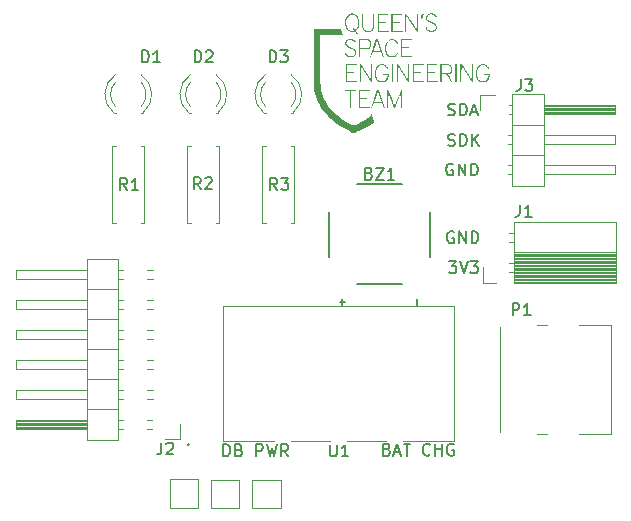
<source format=gto>
G04 #@! TF.GenerationSoftware,KiCad,Pcbnew,(6.0.7-1)-1*
G04 #@! TF.CreationDate,2023-01-09T18:43:15-05:00*
G04 #@! TF.ProjectId,DebugBoard,44656275-6742-46f6-9172-642e6b696361,rev?*
G04 #@! TF.SameCoordinates,Original*
G04 #@! TF.FileFunction,Legend,Top*
G04 #@! TF.FilePolarity,Positive*
%FSLAX46Y46*%
G04 Gerber Fmt 4.6, Leading zero omitted, Abs format (unit mm)*
G04 Created by KiCad (PCBNEW (6.0.7-1)-1) date 2023-01-09 18:43:15*
%MOMM*%
%LPD*%
G01*
G04 APERTURE LIST*
%ADD10C,0.150000*%
%ADD11C,0.120000*%
%ADD12C,0.127000*%
%ADD13R,2.000000X2.000000*%
%ADD14C,2.159000*%
%ADD15O,1.700000X1.700000*%
%ADD16R,1.700000X1.700000*%
%ADD17C,4.400000*%
%ADD18C,1.600000*%
%ADD19O,1.600000X1.600000*%
%ADD20R,1.800000X1.800000*%
%ADD21C,1.800000*%
%ADD22C,0.700000*%
%ADD23O,1.700000X0.900000*%
%ADD24O,2.400000X0.900000*%
%ADD25R,2.500000X2.500000*%
G04 APERTURE END LIST*
D10*
X128759104Y-95413580D02*
X129378152Y-95413580D01*
X129044819Y-95794533D01*
X129187676Y-95794533D01*
X129282914Y-95842152D01*
X129330533Y-95889771D01*
X129378152Y-95985009D01*
X129378152Y-96223104D01*
X129330533Y-96318342D01*
X129282914Y-96365961D01*
X129187676Y-96413580D01*
X128901961Y-96413580D01*
X128806723Y-96365961D01*
X128759104Y-96318342D01*
X129663866Y-95413580D02*
X129997200Y-96413580D01*
X130330533Y-95413580D01*
X130568628Y-95413580D02*
X131187676Y-95413580D01*
X130854342Y-95794533D01*
X130997200Y-95794533D01*
X131092438Y-95842152D01*
X131140057Y-95889771D01*
X131187676Y-95985009D01*
X131187676Y-96223104D01*
X131140057Y-96318342D01*
X131092438Y-96365961D01*
X130997200Y-96413580D01*
X130711485Y-96413580D01*
X130616247Y-96365961D01*
X130568628Y-96318342D01*
X128681314Y-83005561D02*
X128824171Y-83053180D01*
X129062266Y-83053180D01*
X129157504Y-83005561D01*
X129205123Y-82957942D01*
X129252742Y-82862704D01*
X129252742Y-82767466D01*
X129205123Y-82672228D01*
X129157504Y-82624609D01*
X129062266Y-82576990D01*
X128871790Y-82529371D01*
X128776552Y-82481752D01*
X128728933Y-82434133D01*
X128681314Y-82338895D01*
X128681314Y-82243657D01*
X128728933Y-82148419D01*
X128776552Y-82100800D01*
X128871790Y-82053180D01*
X129109885Y-82053180D01*
X129252742Y-82100800D01*
X129681314Y-83053180D02*
X129681314Y-82053180D01*
X129919409Y-82053180D01*
X130062266Y-82100800D01*
X130157504Y-82196038D01*
X130205123Y-82291276D01*
X130252742Y-82481752D01*
X130252742Y-82624609D01*
X130205123Y-82815085D01*
X130157504Y-82910323D01*
X130062266Y-83005561D01*
X129919409Y-83053180D01*
X129681314Y-83053180D01*
X130633695Y-82767466D02*
X131109885Y-82767466D01*
X130538457Y-83053180D02*
X130871790Y-82053180D01*
X131205123Y-83053180D01*
X129082895Y-87180800D02*
X128987657Y-87133180D01*
X128844800Y-87133180D01*
X128701942Y-87180800D01*
X128606704Y-87276038D01*
X128559085Y-87371276D01*
X128511466Y-87561752D01*
X128511466Y-87704609D01*
X128559085Y-87895085D01*
X128606704Y-87990323D01*
X128701942Y-88085561D01*
X128844800Y-88133180D01*
X128940038Y-88133180D01*
X129082895Y-88085561D01*
X129130514Y-88037942D01*
X129130514Y-87704609D01*
X128940038Y-87704609D01*
X129559085Y-88133180D02*
X129559085Y-87133180D01*
X130130514Y-88133180D01*
X130130514Y-87133180D01*
X130606704Y-88133180D02*
X130606704Y-87133180D01*
X130844800Y-87133180D01*
X130987657Y-87180800D01*
X131082895Y-87276038D01*
X131130514Y-87371276D01*
X131178133Y-87561752D01*
X131178133Y-87704609D01*
X131130514Y-87895085D01*
X131082895Y-87990323D01*
X130987657Y-88085561D01*
X130844800Y-88133180D01*
X130606704Y-88133180D01*
X128686085Y-85596361D02*
X128828942Y-85643980D01*
X129067038Y-85643980D01*
X129162276Y-85596361D01*
X129209895Y-85548742D01*
X129257514Y-85453504D01*
X129257514Y-85358266D01*
X129209895Y-85263028D01*
X129162276Y-85215409D01*
X129067038Y-85167790D01*
X128876561Y-85120171D01*
X128781323Y-85072552D01*
X128733704Y-85024933D01*
X128686085Y-84929695D01*
X128686085Y-84834457D01*
X128733704Y-84739219D01*
X128781323Y-84691600D01*
X128876561Y-84643980D01*
X129114657Y-84643980D01*
X129257514Y-84691600D01*
X129686085Y-85643980D02*
X129686085Y-84643980D01*
X129924180Y-84643980D01*
X130067038Y-84691600D01*
X130162276Y-84786838D01*
X130209895Y-84882076D01*
X130257514Y-85072552D01*
X130257514Y-85215409D01*
X130209895Y-85405885D01*
X130162276Y-85501123D01*
X130067038Y-85596361D01*
X129924180Y-85643980D01*
X129686085Y-85643980D01*
X130686085Y-85643980D02*
X130686085Y-84643980D01*
X131257514Y-85643980D02*
X130828942Y-85072552D01*
X131257514Y-84643980D02*
X130686085Y-85215409D01*
X123518942Y-111332971D02*
X123661800Y-111380590D01*
X123709419Y-111428209D01*
X123757038Y-111523447D01*
X123757038Y-111666304D01*
X123709419Y-111761542D01*
X123661800Y-111809161D01*
X123566561Y-111856780D01*
X123185609Y-111856780D01*
X123185609Y-110856780D01*
X123518942Y-110856780D01*
X123614180Y-110904400D01*
X123661800Y-110952019D01*
X123709419Y-111047257D01*
X123709419Y-111142495D01*
X123661800Y-111237733D01*
X123614180Y-111285352D01*
X123518942Y-111332971D01*
X123185609Y-111332971D01*
X124137990Y-111571066D02*
X124614180Y-111571066D01*
X124042752Y-111856780D02*
X124376085Y-110856780D01*
X124709419Y-111856780D01*
X124899895Y-110856780D02*
X125471323Y-110856780D01*
X125185609Y-111856780D02*
X125185609Y-110856780D01*
X127137990Y-111761542D02*
X127090371Y-111809161D01*
X126947514Y-111856780D01*
X126852276Y-111856780D01*
X126709419Y-111809161D01*
X126614180Y-111713923D01*
X126566561Y-111618685D01*
X126518942Y-111428209D01*
X126518942Y-111285352D01*
X126566561Y-111094876D01*
X126614180Y-110999638D01*
X126709419Y-110904400D01*
X126852276Y-110856780D01*
X126947514Y-110856780D01*
X127090371Y-110904400D01*
X127137990Y-110952019D01*
X127566561Y-111856780D02*
X127566561Y-110856780D01*
X127566561Y-111332971D02*
X128137990Y-111332971D01*
X128137990Y-111856780D02*
X128137990Y-110856780D01*
X129137990Y-110904400D02*
X129042752Y-110856780D01*
X128899895Y-110856780D01*
X128757038Y-110904400D01*
X128661800Y-110999638D01*
X128614180Y-111094876D01*
X128566561Y-111285352D01*
X128566561Y-111428209D01*
X128614180Y-111618685D01*
X128661800Y-111713923D01*
X128757038Y-111809161D01*
X128899895Y-111856780D01*
X128995133Y-111856780D01*
X129137990Y-111809161D01*
X129185609Y-111761542D01*
X129185609Y-111428209D01*
X128995133Y-111428209D01*
X109655314Y-111907580D02*
X109655314Y-110907580D01*
X109893409Y-110907580D01*
X110036266Y-110955200D01*
X110131504Y-111050438D01*
X110179123Y-111145676D01*
X110226742Y-111336152D01*
X110226742Y-111479009D01*
X110179123Y-111669485D01*
X110131504Y-111764723D01*
X110036266Y-111859961D01*
X109893409Y-111907580D01*
X109655314Y-111907580D01*
X110988647Y-111383771D02*
X111131504Y-111431390D01*
X111179123Y-111479009D01*
X111226742Y-111574247D01*
X111226742Y-111717104D01*
X111179123Y-111812342D01*
X111131504Y-111859961D01*
X111036266Y-111907580D01*
X110655314Y-111907580D01*
X110655314Y-110907580D01*
X110988647Y-110907580D01*
X111083885Y-110955200D01*
X111131504Y-111002819D01*
X111179123Y-111098057D01*
X111179123Y-111193295D01*
X111131504Y-111288533D01*
X111083885Y-111336152D01*
X110988647Y-111383771D01*
X110655314Y-111383771D01*
X112417219Y-111907580D02*
X112417219Y-110907580D01*
X112798171Y-110907580D01*
X112893409Y-110955200D01*
X112941028Y-111002819D01*
X112988647Y-111098057D01*
X112988647Y-111240914D01*
X112941028Y-111336152D01*
X112893409Y-111383771D01*
X112798171Y-111431390D01*
X112417219Y-111431390D01*
X113321980Y-110907580D02*
X113560076Y-111907580D01*
X113750552Y-111193295D01*
X113941028Y-111907580D01*
X114179123Y-110907580D01*
X115131504Y-111907580D02*
X114798171Y-111431390D01*
X114560076Y-111907580D02*
X114560076Y-110907580D01*
X114941028Y-110907580D01*
X115036266Y-110955200D01*
X115083885Y-111002819D01*
X115131504Y-111098057D01*
X115131504Y-111240914D01*
X115083885Y-111336152D01*
X115036266Y-111383771D01*
X114941028Y-111431390D01*
X114560076Y-111431390D01*
X129133695Y-92921200D02*
X129038457Y-92873580D01*
X128895600Y-92873580D01*
X128752742Y-92921200D01*
X128657504Y-93016438D01*
X128609885Y-93111676D01*
X128562266Y-93302152D01*
X128562266Y-93445009D01*
X128609885Y-93635485D01*
X128657504Y-93730723D01*
X128752742Y-93825961D01*
X128895600Y-93873580D01*
X128990838Y-93873580D01*
X129133695Y-93825961D01*
X129181314Y-93778342D01*
X129181314Y-93445009D01*
X128990838Y-93445009D01*
X129609885Y-93873580D02*
X129609885Y-92873580D01*
X130181314Y-93873580D01*
X130181314Y-92873580D01*
X130657504Y-93873580D02*
X130657504Y-92873580D01*
X130895600Y-92873580D01*
X131038457Y-92921200D01*
X131133695Y-93016438D01*
X131181314Y-93111676D01*
X131228933Y-93302152D01*
X131228933Y-93445009D01*
X131181314Y-93635485D01*
X131133695Y-93730723D01*
X131038457Y-93825961D01*
X130895600Y-93873580D01*
X130657504Y-93873580D01*
X106680000Y-110847142D02*
X106727619Y-110894761D01*
X106680000Y-110942380D01*
X106632380Y-110894761D01*
X106680000Y-110847142D01*
X106680000Y-110942380D01*
X118668895Y-110932980D02*
X118668895Y-111742504D01*
X118716514Y-111837742D01*
X118764133Y-111885361D01*
X118859371Y-111932980D01*
X119049847Y-111932980D01*
X119145085Y-111885361D01*
X119192704Y-111837742D01*
X119240323Y-111742504D01*
X119240323Y-110932980D01*
X120240323Y-111932980D02*
X119668895Y-111932980D01*
X119954609Y-111932980D02*
X119954609Y-110932980D01*
X119859371Y-111075838D01*
X119764133Y-111171076D01*
X119668895Y-111218695D01*
X134820066Y-79995780D02*
X134820066Y-80710066D01*
X134772447Y-80852923D01*
X134677209Y-80948161D01*
X134534352Y-80995780D01*
X134439114Y-80995780D01*
X135201019Y-79995780D02*
X135820066Y-79995780D01*
X135486733Y-80376733D01*
X135629590Y-80376733D01*
X135724828Y-80424352D01*
X135772447Y-80471971D01*
X135820066Y-80567209D01*
X135820066Y-80805304D01*
X135772447Y-80900542D01*
X135724828Y-80948161D01*
X135629590Y-80995780D01*
X135343876Y-80995780D01*
X135248638Y-80948161D01*
X135201019Y-80900542D01*
X134743866Y-90638380D02*
X134743866Y-91352666D01*
X134696247Y-91495523D01*
X134601009Y-91590761D01*
X134458152Y-91638380D01*
X134362914Y-91638380D01*
X135743866Y-91638380D02*
X135172438Y-91638380D01*
X135458152Y-91638380D02*
X135458152Y-90638380D01*
X135362914Y-90781238D01*
X135267676Y-90876476D01*
X135172438Y-90924095D01*
X107732533Y-89301580D02*
X107399200Y-88825390D01*
X107161104Y-89301580D02*
X107161104Y-88301580D01*
X107542057Y-88301580D01*
X107637295Y-88349200D01*
X107684914Y-88396819D01*
X107732533Y-88492057D01*
X107732533Y-88634914D01*
X107684914Y-88730152D01*
X107637295Y-88777771D01*
X107542057Y-88825390D01*
X107161104Y-88825390D01*
X108113485Y-88396819D02*
X108161104Y-88349200D01*
X108256342Y-88301580D01*
X108494438Y-88301580D01*
X108589676Y-88349200D01*
X108637295Y-88396819D01*
X108684914Y-88492057D01*
X108684914Y-88587295D01*
X108637295Y-88730152D01*
X108065866Y-89301580D01*
X108684914Y-89301580D01*
X102766904Y-78557380D02*
X102766904Y-77557380D01*
X103005000Y-77557380D01*
X103147857Y-77605000D01*
X103243095Y-77700238D01*
X103290714Y-77795476D01*
X103338333Y-77985952D01*
X103338333Y-78128809D01*
X103290714Y-78319285D01*
X103243095Y-78414523D01*
X103147857Y-78509761D01*
X103005000Y-78557380D01*
X102766904Y-78557380D01*
X104290714Y-78557380D02*
X103719285Y-78557380D01*
X104005000Y-78557380D02*
X104005000Y-77557380D01*
X103909761Y-77700238D01*
X103814523Y-77795476D01*
X103719285Y-77843095D01*
X104390866Y-110755180D02*
X104390866Y-111469466D01*
X104343247Y-111612323D01*
X104248009Y-111707561D01*
X104105152Y-111755180D01*
X104009914Y-111755180D01*
X104819438Y-110850419D02*
X104867057Y-110802800D01*
X104962295Y-110755180D01*
X105200390Y-110755180D01*
X105295628Y-110802800D01*
X105343247Y-110850419D01*
X105390866Y-110945657D01*
X105390866Y-111040895D01*
X105343247Y-111183752D01*
X104771819Y-111755180D01*
X105390866Y-111755180D01*
X134135904Y-99969580D02*
X134135904Y-98969580D01*
X134516857Y-98969580D01*
X134612095Y-99017200D01*
X134659714Y-99064819D01*
X134707333Y-99160057D01*
X134707333Y-99302914D01*
X134659714Y-99398152D01*
X134612095Y-99445771D01*
X134516857Y-99493390D01*
X134135904Y-99493390D01*
X135659714Y-99969580D02*
X135088285Y-99969580D01*
X135374000Y-99969580D02*
X135374000Y-98969580D01*
X135278761Y-99112438D01*
X135183523Y-99207676D01*
X135088285Y-99255295D01*
X121978847Y-87964971D02*
X122121704Y-88012590D01*
X122169323Y-88060209D01*
X122216942Y-88155447D01*
X122216942Y-88298304D01*
X122169323Y-88393542D01*
X122121704Y-88441161D01*
X122026466Y-88488780D01*
X121645514Y-88488780D01*
X121645514Y-87488780D01*
X121978847Y-87488780D01*
X122074085Y-87536400D01*
X122121704Y-87584019D01*
X122169323Y-87679257D01*
X122169323Y-87774495D01*
X122121704Y-87869733D01*
X122074085Y-87917352D01*
X121978847Y-87964971D01*
X121645514Y-87964971D01*
X122550276Y-87488780D02*
X123216942Y-87488780D01*
X122550276Y-88488780D01*
X123216942Y-88488780D01*
X124121704Y-88488780D02*
X123550276Y-88488780D01*
X123835990Y-88488780D02*
X123835990Y-87488780D01*
X123740752Y-87631638D01*
X123645514Y-87726876D01*
X123550276Y-87774495D01*
X126080514Y-99075209D02*
X126080514Y-98587590D01*
X119730514Y-99075209D02*
X119730514Y-98587590D01*
X119974323Y-98831400D02*
X119486704Y-98831400D01*
X114209533Y-89377780D02*
X113876200Y-88901590D01*
X113638104Y-89377780D02*
X113638104Y-88377780D01*
X114019057Y-88377780D01*
X114114295Y-88425400D01*
X114161914Y-88473019D01*
X114209533Y-88568257D01*
X114209533Y-88711114D01*
X114161914Y-88806352D01*
X114114295Y-88853971D01*
X114019057Y-88901590D01*
X113638104Y-88901590D01*
X114542866Y-88377780D02*
X115161914Y-88377780D01*
X114828580Y-88758733D01*
X114971438Y-88758733D01*
X115066676Y-88806352D01*
X115114295Y-88853971D01*
X115161914Y-88949209D01*
X115161914Y-89187304D01*
X115114295Y-89282542D01*
X115066676Y-89330161D01*
X114971438Y-89377780D01*
X114685723Y-89377780D01*
X114590485Y-89330161D01*
X114542866Y-89282542D01*
X101509533Y-89377780D02*
X101176200Y-88901590D01*
X100938104Y-89377780D02*
X100938104Y-88377780D01*
X101319057Y-88377780D01*
X101414295Y-88425400D01*
X101461914Y-88473019D01*
X101509533Y-88568257D01*
X101509533Y-88711114D01*
X101461914Y-88806352D01*
X101414295Y-88853971D01*
X101319057Y-88901590D01*
X100938104Y-88901590D01*
X102461914Y-89377780D02*
X101890485Y-89377780D01*
X102176200Y-89377780D02*
X102176200Y-88377780D01*
X102080961Y-88520638D01*
X101985723Y-88615876D01*
X101890485Y-88663495D01*
X107211904Y-78557380D02*
X107211904Y-77557380D01*
X107450000Y-77557380D01*
X107592857Y-77605000D01*
X107688095Y-77700238D01*
X107735714Y-77795476D01*
X107783333Y-77985952D01*
X107783333Y-78128809D01*
X107735714Y-78319285D01*
X107688095Y-78414523D01*
X107592857Y-78509761D01*
X107450000Y-78557380D01*
X107211904Y-78557380D01*
X108164285Y-77652619D02*
X108211904Y-77605000D01*
X108307142Y-77557380D01*
X108545238Y-77557380D01*
X108640476Y-77605000D01*
X108688095Y-77652619D01*
X108735714Y-77747857D01*
X108735714Y-77843095D01*
X108688095Y-77985952D01*
X108116666Y-78557380D01*
X108735714Y-78557380D01*
X113561904Y-78557380D02*
X113561904Y-77557380D01*
X113800000Y-77557380D01*
X113942857Y-77605000D01*
X114038095Y-77700238D01*
X114085714Y-77795476D01*
X114133333Y-77985952D01*
X114133333Y-78128809D01*
X114085714Y-78319285D01*
X114038095Y-78414523D01*
X113942857Y-78509761D01*
X113800000Y-78557380D01*
X113561904Y-78557380D01*
X114466666Y-77557380D02*
X115085714Y-77557380D01*
X114752380Y-77938333D01*
X114895238Y-77938333D01*
X114990476Y-77985952D01*
X115038095Y-78033571D01*
X115085714Y-78128809D01*
X115085714Y-78366904D01*
X115038095Y-78462142D01*
X114990476Y-78509761D01*
X114895238Y-78557380D01*
X114609523Y-78557380D01*
X114514285Y-78509761D01*
X114466666Y-78462142D01*
D11*
X114509400Y-116287400D02*
X112109400Y-116287400D01*
X112109400Y-116287400D02*
X112109400Y-113887400D01*
X112109400Y-113887400D02*
X114509400Y-113887400D01*
X114509400Y-113887400D02*
X114509400Y-116287400D01*
X111004200Y-116287400D02*
X108604200Y-116287400D01*
X108604200Y-116287400D02*
X108604200Y-113887400D01*
X108604200Y-113887400D02*
X111004200Y-113887400D01*
X111004200Y-113887400D02*
X111004200Y-116287400D01*
X107499000Y-116262000D02*
X105099000Y-116262000D01*
X105099000Y-116262000D02*
X105099000Y-113862000D01*
X105099000Y-113862000D02*
X107499000Y-113862000D01*
X107499000Y-113862000D02*
X107499000Y-116262000D01*
X124864017Y-110648750D02*
X129159000Y-110648750D01*
X120114016Y-110648750D02*
X123395985Y-110648750D01*
X115364016Y-110648750D02*
X118645984Y-110648750D01*
X109601000Y-99155250D02*
X109601000Y-110648750D01*
X129159000Y-110648750D02*
X129159000Y-99155250D01*
X129159000Y-99155250D02*
X109601000Y-99155250D01*
X109601000Y-110648750D02*
X113895984Y-110648750D01*
G36*
X119677228Y-76016568D02*
G01*
X119772176Y-76277778D01*
X117862927Y-76277778D01*
X117862927Y-78297450D01*
X117862987Y-78575055D01*
X117863168Y-78834631D01*
X117863466Y-79075953D01*
X117863883Y-79298797D01*
X117864415Y-79502938D01*
X117865063Y-79688152D01*
X117865826Y-79854215D01*
X117866701Y-80000902D01*
X117867688Y-80127989D01*
X117868785Y-80235251D01*
X117869992Y-80322465D01*
X117871308Y-80389405D01*
X117872731Y-80435848D01*
X117873911Y-80457651D01*
X117902206Y-80711378D01*
X117947024Y-80954380D01*
X118009256Y-81189800D01*
X118089795Y-81420783D01*
X118189531Y-81650475D01*
X118242816Y-81757951D01*
X118338480Y-81933769D01*
X118439494Y-82098980D01*
X118548488Y-82257119D01*
X118668089Y-82411723D01*
X118800926Y-82566326D01*
X118949627Y-82724466D01*
X118996461Y-82771861D01*
X119237069Y-82998162D01*
X119492188Y-83209542D01*
X119761915Y-83406072D01*
X120046347Y-83587821D01*
X120345583Y-83754859D01*
X120438452Y-83802210D01*
X120514573Y-83839658D01*
X120574079Y-83867634D01*
X120618612Y-83886830D01*
X120649815Y-83897938D01*
X120669330Y-83901649D01*
X120673793Y-83901311D01*
X120698611Y-83893840D01*
X120739539Y-83878484D01*
X120793867Y-83856441D01*
X120858887Y-83828910D01*
X120931889Y-83797091D01*
X121010165Y-83762181D01*
X121091006Y-83725382D01*
X121171702Y-83687890D01*
X121249545Y-83650907D01*
X121321825Y-83615629D01*
X121342236Y-83605450D01*
X121500143Y-83523548D01*
X121639165Y-83445578D01*
X121760735Y-83370589D01*
X121866288Y-83297632D01*
X121957255Y-83225756D01*
X122035072Y-83154011D01*
X122056494Y-83131918D01*
X122097940Y-83084054D01*
X122133238Y-83035767D01*
X122159860Y-82991108D01*
X122175280Y-82954132D01*
X122178106Y-82936875D01*
X122179086Y-82927122D01*
X122182417Y-82926129D01*
X122188684Y-82935304D01*
X122198471Y-82956051D01*
X122212364Y-82989778D01*
X122230946Y-83037891D01*
X122254804Y-83101796D01*
X122284522Y-83182901D01*
X122312663Y-83260435D01*
X122429142Y-83582252D01*
X122398563Y-83626696D01*
X122347658Y-83688469D01*
X122277007Y-83754844D01*
X122187171Y-83825499D01*
X122078712Y-83900113D01*
X121952194Y-83978365D01*
X121808179Y-84059933D01*
X121647227Y-84144496D01*
X121469902Y-84231734D01*
X121276766Y-84321325D01*
X121068382Y-84412947D01*
X120894582Y-84486043D01*
X120831974Y-84511663D01*
X120775532Y-84534334D01*
X120728222Y-84552900D01*
X120693011Y-84566204D01*
X120672864Y-84573089D01*
X120669606Y-84573788D01*
X120656477Y-84569513D01*
X120627847Y-84557663D01*
X120587056Y-84539704D01*
X120537444Y-84517100D01*
X120493579Y-84496622D01*
X120158632Y-84329502D01*
X119839398Y-84151574D01*
X119536441Y-83963231D01*
X119250326Y-83764863D01*
X118981619Y-83556864D01*
X118730884Y-83339625D01*
X118498686Y-83113538D01*
X118494331Y-83109029D01*
X118296828Y-82891736D01*
X118115010Y-82666018D01*
X117949467Y-82433035D01*
X117800790Y-82193949D01*
X117669571Y-81949922D01*
X117556401Y-81702114D01*
X117461871Y-81451688D01*
X117386573Y-81199805D01*
X117331096Y-80947627D01*
X117304293Y-80770891D01*
X117302518Y-80754529D01*
X117300876Y-80734881D01*
X117299362Y-80711135D01*
X117297972Y-80682484D01*
X117296700Y-80648117D01*
X117295541Y-80607227D01*
X117294490Y-80559002D01*
X117293542Y-80502634D01*
X117292692Y-80437314D01*
X117291936Y-80362233D01*
X117291267Y-80276580D01*
X117290681Y-80179547D01*
X117290173Y-80070325D01*
X117289738Y-79948104D01*
X117289370Y-79812074D01*
X117289066Y-79661428D01*
X117288819Y-79495354D01*
X117288625Y-79313045D01*
X117288478Y-79113690D01*
X117288374Y-78896480D01*
X117288308Y-78660607D01*
X117288274Y-78405260D01*
X117288267Y-78197979D01*
X117288267Y-75755359D01*
X119582280Y-75755359D01*
X119677228Y-76016568D01*
G37*
G36*
X120913853Y-80969098D02*
G01*
X120454124Y-80969098D01*
X120454124Y-82400526D01*
X120360089Y-82400526D01*
X120360089Y-80969098D01*
X119910809Y-80969098D01*
X119910809Y-80885511D01*
X120913853Y-80885511D01*
X120913853Y-80969098D01*
G37*
G36*
X122021380Y-80969098D02*
G01*
X121206407Y-80969098D01*
X121206407Y-81564656D01*
X121822861Y-81564656D01*
X121822861Y-81648243D01*
X121206407Y-81648243D01*
X121206407Y-82316939D01*
X122063174Y-82316939D01*
X122063174Y-82400526D01*
X121112372Y-82400526D01*
X121112372Y-80885511D01*
X122021380Y-80885511D01*
X122021380Y-80969098D01*
G37*
G36*
X122417423Y-81650704D02*
G01*
X122421981Y-81637794D01*
X122685739Y-80890735D01*
X122796392Y-80890735D01*
X123061666Y-81643018D01*
X123103937Y-81762918D01*
X123144136Y-81876988D01*
X123181729Y-81983709D01*
X123216182Y-82081567D01*
X123246963Y-82169044D01*
X123273537Y-82244624D01*
X123295371Y-82306789D01*
X123311932Y-82354024D01*
X123322687Y-82384811D01*
X123327102Y-82397634D01*
X123327184Y-82397914D01*
X123317953Y-82399432D01*
X123294182Y-82400374D01*
X123277464Y-82400526D01*
X123227501Y-82400526D01*
X123079001Y-81977366D01*
X122403737Y-81977366D01*
X122330046Y-82186334D01*
X122256356Y-82395301D01*
X122206783Y-82398486D01*
X122178041Y-82398759D01*
X122160407Y-82395886D01*
X122157716Y-82393262D01*
X122161194Y-82382295D01*
X122171104Y-82353165D01*
X122186909Y-82307409D01*
X122208070Y-82246565D01*
X122234051Y-82172168D01*
X122264313Y-82085756D01*
X122298319Y-81988867D01*
X122335531Y-81883037D01*
X122336347Y-81880719D01*
X122439134Y-81880719D01*
X122449092Y-81882491D01*
X122476770Y-81884073D01*
X122519001Y-81885448D01*
X122572617Y-81886601D01*
X122634451Y-81887514D01*
X122701337Y-81888172D01*
X122770107Y-81888557D01*
X122837594Y-81888653D01*
X122900631Y-81888443D01*
X122956051Y-81887912D01*
X123000687Y-81887043D01*
X123031373Y-81885819D01*
X123044940Y-81884224D01*
X123045321Y-81883873D01*
X123041978Y-81872853D01*
X123032528Y-81844608D01*
X123017836Y-81801612D01*
X122998771Y-81746338D01*
X122976199Y-81681260D01*
X122950987Y-81608850D01*
X122924003Y-81531584D01*
X122896114Y-81451934D01*
X122868186Y-81372373D01*
X122841087Y-81295376D01*
X122815683Y-81223415D01*
X122792842Y-81158965D01*
X122773430Y-81104498D01*
X122758316Y-81062489D01*
X122748365Y-81035410D01*
X122744573Y-81025903D01*
X122740159Y-81033359D01*
X122729780Y-81058160D01*
X122714294Y-81097904D01*
X122694560Y-81150186D01*
X122671437Y-81212601D01*
X122645785Y-81282745D01*
X122618462Y-81358213D01*
X122590328Y-81436602D01*
X122562242Y-81515507D01*
X122535063Y-81592524D01*
X122509650Y-81665248D01*
X122486862Y-81731274D01*
X122467558Y-81788200D01*
X122452598Y-81833619D01*
X122442840Y-81865129D01*
X122439143Y-81880324D01*
X122439134Y-81880719D01*
X122336347Y-81880719D01*
X122375412Y-81769804D01*
X122417423Y-81650704D01*
G37*
G36*
X123891710Y-81564835D02*
G01*
X123935721Y-81677843D01*
X123977508Y-81784893D01*
X124016460Y-81884430D01*
X124051963Y-81974902D01*
X124083405Y-82054756D01*
X124110174Y-82122438D01*
X124131658Y-82176395D01*
X124147243Y-82215075D01*
X124156318Y-82236923D01*
X124158471Y-82241368D01*
X124162427Y-82231633D01*
X124173223Y-82204343D01*
X124190111Y-82161414D01*
X124212344Y-82104760D01*
X124239173Y-82036298D01*
X124269850Y-81957941D01*
X124303628Y-81871606D01*
X124339757Y-81779207D01*
X124377490Y-81682661D01*
X124416078Y-81583882D01*
X124454774Y-81484785D01*
X124492828Y-81387285D01*
X124529494Y-81293299D01*
X124564023Y-81204741D01*
X124595667Y-81123526D01*
X124623678Y-81051569D01*
X124647306Y-80990787D01*
X124665806Y-80943094D01*
X124678427Y-80910405D01*
X124680961Y-80903796D01*
X124690220Y-80892588D01*
X124710287Y-80886981D01*
X124744300Y-80885511D01*
X124800648Y-80885511D01*
X124800648Y-82400526D01*
X124706613Y-82400526D01*
X124706302Y-81744890D01*
X124705991Y-81089255D01*
X124451320Y-81742278D01*
X124196648Y-82395301D01*
X124119498Y-82395301D01*
X123864827Y-81742278D01*
X123610155Y-81089255D01*
X123609844Y-81744890D01*
X123609533Y-82400526D01*
X123515498Y-82400526D01*
X123515498Y-80885511D01*
X123627447Y-80885511D01*
X123891710Y-81564835D01*
G37*
G36*
X123142343Y-78714410D02*
G01*
X123202461Y-78721483D01*
X123212495Y-78723589D01*
X123298568Y-78753524D01*
X123381347Y-78801655D01*
X123457368Y-78865285D01*
X123523165Y-78941712D01*
X123555063Y-78990472D01*
X123582170Y-79037919D01*
X123598604Y-79071062D01*
X123604841Y-79093272D01*
X123601356Y-79107920D01*
X123588624Y-79118376D01*
X123574071Y-79125171D01*
X123548131Y-79135049D01*
X123530773Y-79139926D01*
X123528894Y-79140045D01*
X123520770Y-79131009D01*
X123506838Y-79107688D01*
X123489900Y-79074837D01*
X123487338Y-79069518D01*
X123434618Y-78981130D01*
X123368531Y-78908556D01*
X123289507Y-78852243D01*
X123267307Y-78840524D01*
X123228430Y-78821946D01*
X123198385Y-78810389D01*
X123169705Y-78804241D01*
X123134927Y-78801888D01*
X123087657Y-78801711D01*
X123012511Y-78805377D01*
X122951030Y-78816933D01*
X122897356Y-78838860D01*
X122845629Y-78873636D01*
X122789991Y-78923742D01*
X122783033Y-78930642D01*
X122721783Y-78999927D01*
X122673797Y-79073709D01*
X122636278Y-79157184D01*
X122606429Y-79255547D01*
X122605023Y-79261211D01*
X122589245Y-79350030D01*
X122581556Y-79450008D01*
X122581960Y-79553301D01*
X122590466Y-79652065D01*
X122604615Y-79728826D01*
X122641200Y-79844129D01*
X122690259Y-79944230D01*
X122751261Y-80028377D01*
X122823672Y-80095819D01*
X122896542Y-80140816D01*
X122935599Y-80159444D01*
X122965966Y-80171048D01*
X122995171Y-80177281D01*
X123030739Y-80179796D01*
X123076124Y-80180246D01*
X123125433Y-80179582D01*
X123161298Y-80176611D01*
X123191154Y-80169862D01*
X123222439Y-80157864D01*
X123247467Y-80146363D01*
X123328658Y-80096492D01*
X123399463Y-80029244D01*
X123459177Y-79945759D01*
X123507094Y-79847181D01*
X123542508Y-79734650D01*
X123560765Y-79639542D01*
X123566426Y-79600361D01*
X123149805Y-79600361D01*
X123149805Y-79516774D01*
X123664474Y-79516774D01*
X123657305Y-79602973D01*
X123637841Y-79739893D01*
X123603473Y-79863112D01*
X123554395Y-79972222D01*
X123490803Y-80066814D01*
X123412892Y-80146480D01*
X123388013Y-80166454D01*
X123327695Y-80207812D01*
X123270236Y-80236166D01*
X123208991Y-80253768D01*
X123137313Y-80262869D01*
X123097563Y-80264869D01*
X123020010Y-80264834D01*
X122960689Y-80259140D01*
X122937575Y-80254002D01*
X122840389Y-80215458D01*
X122752637Y-80159106D01*
X122675305Y-80086251D01*
X122609379Y-79998201D01*
X122555847Y-79896260D01*
X122515695Y-79781733D01*
X122490889Y-79662794D01*
X122483801Y-79586665D01*
X122482216Y-79499360D01*
X122485783Y-79408244D01*
X122494154Y-79320685D01*
X122506980Y-79244051D01*
X122511663Y-79224220D01*
X122550544Y-79105779D01*
X122602984Y-79001955D01*
X122670211Y-78910494D01*
X122700249Y-78878147D01*
X122764811Y-78818948D01*
X122827485Y-78775614D01*
X122894118Y-78744597D01*
X122948081Y-78727835D01*
X123005668Y-78717738D01*
X123073584Y-78713213D01*
X123142343Y-78714410D01*
G37*
G36*
X131689114Y-78714410D02*
G01*
X131749232Y-78721483D01*
X131759266Y-78723589D01*
X131845339Y-78753524D01*
X131928118Y-78801655D01*
X132004139Y-78865285D01*
X132069936Y-78941712D01*
X132101833Y-78990472D01*
X132128941Y-79037919D01*
X132145375Y-79071062D01*
X132151611Y-79093272D01*
X132148126Y-79107920D01*
X132135395Y-79118376D01*
X132120842Y-79125171D01*
X132094901Y-79135049D01*
X132077544Y-79139926D01*
X132075665Y-79140045D01*
X132067541Y-79131009D01*
X132053609Y-79107688D01*
X132036670Y-79074837D01*
X132034109Y-79069518D01*
X131981388Y-78981130D01*
X131915302Y-78908556D01*
X131836278Y-78852243D01*
X131814077Y-78840524D01*
X131775201Y-78821946D01*
X131745155Y-78810389D01*
X131716476Y-78804241D01*
X131681698Y-78801888D01*
X131634427Y-78801711D01*
X131559281Y-78805377D01*
X131497801Y-78816933D01*
X131444127Y-78838860D01*
X131392400Y-78873636D01*
X131336761Y-78923742D01*
X131329804Y-78930642D01*
X131268553Y-78999927D01*
X131220567Y-79073709D01*
X131183049Y-79157184D01*
X131153199Y-79255547D01*
X131151794Y-79261211D01*
X131136016Y-79350030D01*
X131128327Y-79450008D01*
X131128731Y-79553301D01*
X131137237Y-79652065D01*
X131151386Y-79728826D01*
X131187970Y-79844129D01*
X131237030Y-79944230D01*
X131298032Y-80028377D01*
X131370443Y-80095819D01*
X131443312Y-80140816D01*
X131482370Y-80159444D01*
X131512737Y-80171048D01*
X131541942Y-80177281D01*
X131577510Y-80179796D01*
X131622895Y-80180246D01*
X131672204Y-80179582D01*
X131708069Y-80176611D01*
X131737925Y-80169862D01*
X131769209Y-80157864D01*
X131794238Y-80146363D01*
X131875428Y-80096492D01*
X131946234Y-80029244D01*
X132005948Y-79945759D01*
X132053865Y-79847181D01*
X132089279Y-79734650D01*
X132107536Y-79639542D01*
X132113197Y-79600361D01*
X131696576Y-79600361D01*
X131696576Y-79516774D01*
X132211245Y-79516774D01*
X132204075Y-79602973D01*
X132184612Y-79739893D01*
X132150244Y-79863112D01*
X132101166Y-79972222D01*
X132037574Y-80066814D01*
X131959662Y-80146480D01*
X131934784Y-80166454D01*
X131874466Y-80207812D01*
X131817007Y-80236166D01*
X131755762Y-80253768D01*
X131684083Y-80262869D01*
X131644334Y-80264869D01*
X131566781Y-80264834D01*
X131507460Y-80259140D01*
X131484346Y-80254002D01*
X131387160Y-80215458D01*
X131299408Y-80159106D01*
X131222076Y-80086251D01*
X131156150Y-79998201D01*
X131102618Y-79896260D01*
X131062466Y-79781733D01*
X131037660Y-79662794D01*
X131030572Y-79586665D01*
X131028986Y-79499360D01*
X131032554Y-79408244D01*
X131040925Y-79320685D01*
X131053751Y-79244051D01*
X131058434Y-79224220D01*
X131097315Y-79105779D01*
X131149755Y-79001955D01*
X131216982Y-78910494D01*
X131247020Y-78878147D01*
X131311582Y-78818948D01*
X131374255Y-78775614D01*
X131440889Y-78744597D01*
X131494852Y-78727835D01*
X131552439Y-78717738D01*
X131620355Y-78713213D01*
X131689114Y-78714410D01*
G37*
G36*
X120924301Y-78816733D02*
G01*
X120109328Y-78816733D01*
X120109328Y-79412290D01*
X120725782Y-79412290D01*
X120725782Y-79495877D01*
X120109328Y-79495877D01*
X120109328Y-80164573D01*
X120966095Y-80164573D01*
X120966095Y-80248160D01*
X120015292Y-80248160D01*
X120015292Y-78733146D01*
X120924301Y-78733146D01*
X120924301Y-78816733D01*
G37*
G36*
X121284226Y-78738370D02*
G01*
X121712881Y-79411700D01*
X122141537Y-80085030D01*
X122146913Y-78733146D01*
X122240796Y-78733146D01*
X122240796Y-80248160D01*
X122137776Y-80248160D01*
X121274322Y-78891272D01*
X121268946Y-80248160D01*
X121175062Y-80248160D01*
X121175062Y-78732054D01*
X121284226Y-78738370D01*
G37*
G36*
X123996123Y-80248160D02*
G01*
X123902088Y-80248160D01*
X123902088Y-78733146D01*
X123996123Y-78733146D01*
X123996123Y-80248160D01*
G37*
G36*
X124429187Y-78738370D02*
G01*
X124857842Y-79411700D01*
X125286498Y-80085030D01*
X125291874Y-78733146D01*
X125385757Y-78733146D01*
X125385757Y-80248160D01*
X125282737Y-80248160D01*
X124419283Y-78891272D01*
X124413907Y-80248160D01*
X124320023Y-80248160D01*
X124320023Y-78732054D01*
X124429187Y-78738370D01*
G37*
G36*
X126608217Y-78816733D02*
G01*
X125793244Y-78816733D01*
X125793244Y-79412290D01*
X126409698Y-79412290D01*
X126409698Y-79495877D01*
X125793244Y-79495877D01*
X125793244Y-80164573D01*
X126650011Y-80164573D01*
X126650011Y-80248160D01*
X125699208Y-80248160D01*
X125699208Y-78733146D01*
X126608217Y-78733146D01*
X126608217Y-78816733D01*
G37*
G36*
X127767987Y-78816733D02*
G01*
X126953014Y-78816733D01*
X126953014Y-79412290D01*
X127569468Y-79412290D01*
X127569468Y-79495877D01*
X126953014Y-79495877D01*
X126953014Y-80164573D01*
X127809780Y-80164573D01*
X127809780Y-80248160D01*
X126858978Y-80248160D01*
X126858978Y-78733146D01*
X127767987Y-78733146D01*
X127767987Y-78816733D01*
G37*
G36*
X128397755Y-78735260D02*
G01*
X128766313Y-78738370D01*
X128835462Y-78772429D01*
X128902592Y-78813789D01*
X128956799Y-78866723D01*
X129001675Y-78935012D01*
X129015124Y-78961721D01*
X129029429Y-78993266D01*
X129038836Y-79019673D01*
X129044365Y-79046838D01*
X129047035Y-79080659D01*
X129047867Y-79127033D01*
X129047913Y-79151316D01*
X129047579Y-79204291D01*
X129045884Y-79242194D01*
X129041784Y-79270848D01*
X129034238Y-79296073D01*
X129022202Y-79323694D01*
X129014047Y-79340484D01*
X128966102Y-79415762D01*
X128903866Y-79478686D01*
X128830574Y-79526887D01*
X128749460Y-79557995D01*
X128705243Y-79566633D01*
X128647560Y-79574240D01*
X128798881Y-79819777D01*
X128842156Y-79889980D01*
X128885084Y-79959588D01*
X128925474Y-80025052D01*
X128961135Y-80082822D01*
X128989877Y-80129348D01*
X129007146Y-80157266D01*
X129064091Y-80249218D01*
X128946387Y-80242936D01*
X128740450Y-79908588D01*
X128534514Y-79574240D01*
X128123232Y-79568574D01*
X128123232Y-80248160D01*
X128029196Y-80248160D01*
X128029196Y-79486590D01*
X128123232Y-79486590D01*
X128428847Y-79483397D01*
X128734461Y-79480205D01*
X128787954Y-79451985D01*
X128841700Y-79416341D01*
X128884613Y-79370150D01*
X128920962Y-79308641D01*
X128926316Y-79297358D01*
X128940556Y-79262263D01*
X128948723Y-79228409D01*
X128952305Y-79187606D01*
X128952880Y-79151081D01*
X128951597Y-79100698D01*
X128946755Y-79062919D01*
X128936868Y-79029556D01*
X128926316Y-79004804D01*
X128890606Y-78940475D01*
X128848997Y-78892209D01*
X128797222Y-78855234D01*
X128787954Y-78850176D01*
X128734461Y-78821957D01*
X128428847Y-78818765D01*
X128123232Y-78815572D01*
X128123232Y-79486590D01*
X128029196Y-79486590D01*
X128029196Y-78732150D01*
X128397755Y-78735260D01*
G37*
G36*
X129387485Y-80248160D02*
G01*
X129293450Y-80248160D01*
X129293450Y-78733146D01*
X129387485Y-78733146D01*
X129387485Y-80248160D01*
G37*
G36*
X129765966Y-78735212D02*
G01*
X129820548Y-78738370D01*
X130249204Y-79411700D01*
X130677859Y-80085030D01*
X130680548Y-79409088D01*
X130683236Y-78733146D01*
X130777119Y-78733146D01*
X130777119Y-80248160D01*
X130674098Y-80248160D01*
X129810644Y-78891272D01*
X129807956Y-79569716D01*
X129805269Y-80248160D01*
X129711385Y-80248160D01*
X129711385Y-78732054D01*
X129765966Y-78735212D01*
G37*
G36*
X120521205Y-76579026D02*
G01*
X120620449Y-76603424D01*
X120710484Y-76642432D01*
X120788607Y-76694801D01*
X120852114Y-76759285D01*
X120866406Y-76778613D01*
X120897322Y-76823292D01*
X120861182Y-76853127D01*
X120825041Y-76882963D01*
X120804793Y-76854640D01*
X120740323Y-76781784D01*
X120663463Y-76724382D01*
X120576949Y-76683470D01*
X120483517Y-76660086D01*
X120385902Y-76655264D01*
X120305749Y-76665655D01*
X120223466Y-76690985D01*
X120157754Y-76728358D01*
X120108994Y-76777356D01*
X120077571Y-76837559D01*
X120063865Y-76908549D01*
X120063258Y-76930801D01*
X120066262Y-76981358D01*
X120075805Y-77025282D01*
X120093675Y-77064208D01*
X120121658Y-77099770D01*
X120161541Y-77133601D01*
X120215113Y-77167336D01*
X120284158Y-77202609D01*
X120370466Y-77241054D01*
X120429326Y-77265526D01*
X120537437Y-77312034D01*
X120627299Y-77356114D01*
X120701214Y-77399117D01*
X120761485Y-77442398D01*
X120810413Y-77487307D01*
X120814749Y-77491916D01*
X120857859Y-77545328D01*
X120885422Y-77598428D01*
X120899492Y-77657197D01*
X120902121Y-77727612D01*
X120901414Y-77744386D01*
X120888707Y-77832516D01*
X120859945Y-77908473D01*
X120814140Y-77974567D01*
X120793611Y-77996076D01*
X120736834Y-78040739D01*
X120667271Y-78079241D01*
X120592932Y-78107471D01*
X120560706Y-78115594D01*
X120510325Y-78122531D01*
X120449431Y-78125638D01*
X120385573Y-78125016D01*
X120326300Y-78120765D01*
X120279161Y-78112985D01*
X120274547Y-78111784D01*
X120192432Y-78081789D01*
X120120941Y-78038542D01*
X120061770Y-77986713D01*
X120026867Y-77948496D01*
X119994413Y-77907172D01*
X119967450Y-77867246D01*
X119949017Y-77833220D01*
X119942154Y-77809599D01*
X119942154Y-77809525D01*
X119950026Y-77798696D01*
X119968877Y-77784316D01*
X119991563Y-77770748D01*
X120010939Y-77762358D01*
X120019322Y-77762380D01*
X120025748Y-77773315D01*
X120038433Y-77797300D01*
X120051244Y-77822439D01*
X120098040Y-77893267D01*
X120161046Y-77954306D01*
X120236524Y-78001996D01*
X120243060Y-78005162D01*
X120275559Y-78019906D01*
X120302415Y-78029444D01*
X120329808Y-78034856D01*
X120363922Y-78037225D01*
X120410936Y-78037634D01*
X120428003Y-78037539D01*
X120486461Y-78036196D01*
X120530280Y-78032535D01*
X120565668Y-78025711D01*
X120598830Y-78014878D01*
X120601230Y-78013947D01*
X120674704Y-77975224D01*
X120732705Y-77923343D01*
X120774137Y-77859867D01*
X120797907Y-77786356D01*
X120803485Y-77725490D01*
X120798716Y-77668770D01*
X120783200Y-77617580D01*
X120755504Y-77570624D01*
X120714193Y-77526610D01*
X120657834Y-77484245D01*
X120584993Y-77442235D01*
X120494235Y-77399285D01*
X120397611Y-77359373D01*
X120311175Y-77324307D01*
X120241375Y-77293201D01*
X120184794Y-77264144D01*
X120138012Y-77235224D01*
X120097611Y-77204530D01*
X120061383Y-77171348D01*
X120015587Y-77120118D01*
X119985538Y-77070134D01*
X119969081Y-77015567D01*
X119964061Y-76950589D01*
X119965225Y-76911293D01*
X119979081Y-76826300D01*
X120010204Y-76752430D01*
X120057812Y-76690274D01*
X120121124Y-76640425D01*
X120199355Y-76603476D01*
X120291726Y-76580017D01*
X120397453Y-76570641D01*
X120415457Y-76570487D01*
X120521205Y-76579026D01*
G37*
G36*
X124020643Y-76577981D02*
G01*
X124086363Y-76589739D01*
X124123852Y-76601093D01*
X124198391Y-76638325D01*
X124270829Y-76690650D01*
X124334353Y-76752802D01*
X124357721Y-76781899D01*
X124390525Y-76829203D01*
X124418342Y-76874589D01*
X124439196Y-76914322D01*
X124451111Y-76944668D01*
X124452474Y-76961103D01*
X124440106Y-76972118D01*
X124415737Y-76983292D01*
X124410016Y-76985173D01*
X124372361Y-76996730D01*
X124333740Y-76923234D01*
X124278088Y-76835916D01*
X124212218Y-76764766D01*
X124137812Y-76710630D01*
X124056550Y-76674357D01*
X123970113Y-76656795D01*
X123880179Y-76658791D01*
X123829207Y-76668694D01*
X123750765Y-76695829D01*
X123682362Y-76735867D01*
X123617669Y-76792570D01*
X123613375Y-76796992D01*
X123549854Y-76877398D01*
X123499375Y-76971112D01*
X123461920Y-77075129D01*
X123437471Y-77186443D01*
X123426010Y-77302051D01*
X123427520Y-77418946D01*
X123441983Y-77534123D01*
X123469380Y-77644578D01*
X123509695Y-77747304D01*
X123562908Y-77839298D01*
X123619977Y-77908564D01*
X123692613Y-77969129D01*
X123772183Y-78011373D01*
X123856089Y-78035533D01*
X123941735Y-78041845D01*
X124026523Y-78030547D01*
X124107858Y-78001876D01*
X124183142Y-77956068D01*
X124249778Y-77893362D01*
X124284397Y-77847921D01*
X124304787Y-77817422D01*
X124320008Y-77794532D01*
X124326890Y-77784018D01*
X124326952Y-77783915D01*
X124337447Y-77783844D01*
X124358848Y-77790017D01*
X124383291Y-77799495D01*
X124402911Y-77809339D01*
X124409498Y-77814764D01*
X124408550Y-77831245D01*
X124395393Y-77858797D01*
X124372524Y-77893639D01*
X124342438Y-77931992D01*
X124307630Y-77970078D01*
X124305580Y-77972138D01*
X124227614Y-78036174D01*
X124138438Y-78085166D01*
X124063604Y-78111142D01*
X124008533Y-78120862D01*
X123943558Y-78125341D01*
X123876998Y-78124552D01*
X123817173Y-78118467D01*
X123787156Y-78112036D01*
X123688875Y-78073797D01*
X123600522Y-78017603D01*
X123522784Y-77944240D01*
X123456349Y-77854497D01*
X123401904Y-77749160D01*
X123360137Y-77629017D01*
X123357792Y-77620394D01*
X123342335Y-77543266D01*
X123332573Y-77453037D01*
X123328674Y-77356756D01*
X123330810Y-77261477D01*
X123339149Y-77174250D01*
X123346074Y-77134030D01*
X123379836Y-77009732D01*
X123426556Y-76898690D01*
X123485353Y-76801941D01*
X123555344Y-76720527D01*
X123635648Y-76655486D01*
X123725382Y-76607859D01*
X123815757Y-76580264D01*
X123877291Y-76572699D01*
X123948270Y-76572119D01*
X124020643Y-76577981D01*
G37*
G36*
X121502525Y-76591229D02*
G01*
X121605921Y-76591364D01*
X121690865Y-76591991D01*
X121759800Y-76593439D01*
X121815169Y-76596039D01*
X121859417Y-76600121D01*
X121894988Y-76606017D01*
X121924324Y-76614056D01*
X121949869Y-76624569D01*
X121974068Y-76637886D01*
X121999364Y-76654339D01*
X122006796Y-76659429D01*
X122068834Y-76714371D01*
X122117793Y-76782865D01*
X122152923Y-76861593D01*
X122173471Y-76947233D01*
X122178689Y-77036466D01*
X122167824Y-77125972D01*
X122140127Y-77212431D01*
X122134609Y-77224647D01*
X122095273Y-77288208D01*
X122041601Y-77346766D01*
X121979878Y-77394063D01*
X121946063Y-77412417D01*
X121880327Y-77442772D01*
X121564264Y-77445949D01*
X121248201Y-77449125D01*
X121248201Y-78106243D01*
X121154165Y-78106243D01*
X121154165Y-77365843D01*
X121248201Y-77365843D01*
X121548591Y-77362461D01*
X121639012Y-77361277D01*
X121710990Y-77359889D01*
X121766979Y-77358148D01*
X121809433Y-77355903D01*
X121840805Y-77353007D01*
X121863549Y-77349308D01*
X121880119Y-77344659D01*
X121887010Y-77341862D01*
X121942338Y-77307373D01*
X121993401Y-77258204D01*
X122034160Y-77200496D01*
X122043201Y-77183021D01*
X122070637Y-77104124D01*
X122080512Y-77023822D01*
X122073885Y-76945092D01*
X122051817Y-76870910D01*
X122015367Y-76804254D01*
X121965595Y-76748100D01*
X121903560Y-76705425D01*
X121867605Y-76689832D01*
X121848581Y-76685235D01*
X121818890Y-76681625D01*
X121776546Y-76678915D01*
X121719565Y-76677017D01*
X121645963Y-76675843D01*
X121553754Y-76675306D01*
X121538143Y-76675275D01*
X121248201Y-76674816D01*
X121248201Y-77365843D01*
X121154165Y-77365843D01*
X121154165Y-76591229D01*
X121502525Y-76591229D01*
G37*
G36*
X122333836Y-77356422D02*
G01*
X122338394Y-77343512D01*
X122602152Y-76596453D01*
X122712805Y-76596453D01*
X122978079Y-77348736D01*
X123020350Y-77468636D01*
X123060549Y-77582705D01*
X123098142Y-77689427D01*
X123132595Y-77787285D01*
X123163376Y-77874762D01*
X123189950Y-77950342D01*
X123211784Y-78012507D01*
X123228345Y-78059742D01*
X123239100Y-78090529D01*
X123243515Y-78103352D01*
X123243597Y-78103631D01*
X123234366Y-78105150D01*
X123210595Y-78106092D01*
X123193877Y-78106243D01*
X123143914Y-78106243D01*
X123069664Y-77894664D01*
X122995414Y-77683084D01*
X122320150Y-77683084D01*
X122246459Y-77892052D01*
X122172769Y-78101019D01*
X122123196Y-78104204D01*
X122094454Y-78104477D01*
X122076820Y-78101604D01*
X122074129Y-78098980D01*
X122077607Y-78088013D01*
X122087517Y-78058883D01*
X122103322Y-78013127D01*
X122124483Y-77952282D01*
X122150464Y-77877886D01*
X122180726Y-77791474D01*
X122214732Y-77694585D01*
X122251944Y-77588755D01*
X122252760Y-77586437D01*
X122355547Y-77586437D01*
X122365505Y-77588209D01*
X122393183Y-77589791D01*
X122435414Y-77591166D01*
X122489030Y-77592319D01*
X122550864Y-77593232D01*
X122617750Y-77593889D01*
X122686520Y-77594274D01*
X122754007Y-77594370D01*
X122817044Y-77594161D01*
X122872464Y-77593630D01*
X122917100Y-77592761D01*
X122947786Y-77591537D01*
X122961353Y-77589941D01*
X122961734Y-77589591D01*
X122958391Y-77578571D01*
X122948941Y-77550326D01*
X122934249Y-77507330D01*
X122915184Y-77452056D01*
X122892612Y-77386977D01*
X122867400Y-77314568D01*
X122840416Y-77237302D01*
X122812527Y-77157651D01*
X122784599Y-77078091D01*
X122757500Y-77001093D01*
X122732096Y-76929133D01*
X122709255Y-76864683D01*
X122689843Y-76810216D01*
X122674729Y-76768207D01*
X122664778Y-76741128D01*
X122660986Y-76731621D01*
X122656572Y-76739077D01*
X122646193Y-76763878D01*
X122630707Y-76803622D01*
X122610973Y-76855904D01*
X122587850Y-76918319D01*
X122562198Y-76988462D01*
X122534875Y-77063931D01*
X122506741Y-77142320D01*
X122478655Y-77221225D01*
X122451476Y-77298241D01*
X122426063Y-77370965D01*
X122403275Y-77436992D01*
X122383971Y-77493917D01*
X122369011Y-77539337D01*
X122359253Y-77570847D01*
X122355556Y-77586042D01*
X122355547Y-77586437D01*
X122252760Y-77586437D01*
X122291825Y-77475522D01*
X122333836Y-77356422D01*
G37*
G36*
X125605173Y-76674816D02*
G01*
X124790200Y-76674816D01*
X124790200Y-77270373D01*
X125406654Y-77270373D01*
X125406654Y-77353960D01*
X124790200Y-77353960D01*
X124790200Y-78022656D01*
X125646967Y-78022656D01*
X125646967Y-78106243D01*
X124696164Y-78106243D01*
X124696164Y-76591229D01*
X125605173Y-76591229D01*
X125605173Y-76674816D01*
G37*
G36*
X119960346Y-75103524D02*
G01*
X119964891Y-75026593D01*
X119973644Y-74960719D01*
X119987570Y-74901047D01*
X120007631Y-74842719D01*
X120034793Y-74780879D01*
X120046139Y-74757539D01*
X120100405Y-74662850D01*
X120161114Y-74585994D01*
X120230441Y-74524346D01*
X120251996Y-74509253D01*
X120310454Y-74473497D01*
X120363852Y-74448825D01*
X120418563Y-74433453D01*
X120480962Y-74425598D01*
X120557422Y-74423478D01*
X120558608Y-74423480D01*
X120636896Y-74426284D01*
X120701135Y-74435551D01*
X120757673Y-74453198D01*
X120812857Y-74481142D01*
X120866099Y-74516312D01*
X120943946Y-74584386D01*
X121011749Y-74669809D01*
X121068590Y-74771135D01*
X121113553Y-74886914D01*
X121124717Y-74924713D01*
X121133345Y-74958824D01*
X121139551Y-74991725D01*
X121143713Y-75027880D01*
X121146211Y-75071756D01*
X121147421Y-75127817D01*
X121147723Y-75196371D01*
X121147387Y-75268066D01*
X121146128Y-75323335D01*
X121143566Y-75366640D01*
X121139322Y-75402446D01*
X121133018Y-75435216D01*
X121124657Y-75468029D01*
X121091456Y-75566339D01*
X121048397Y-75659475D01*
X120997907Y-75743300D01*
X120942413Y-75813678D01*
X120896102Y-75857475D01*
X120856571Y-75889188D01*
X120929617Y-75994912D01*
X120959119Y-76037601D01*
X120985306Y-76075473D01*
X121005314Y-76104388D01*
X121016227Y-76120130D01*
X121022860Y-76133978D01*
X121017182Y-76145498D01*
X120996147Y-76160411D01*
X120994097Y-76161683D01*
X120970708Y-76175546D01*
X120956095Y-76183102D01*
X120954413Y-76183579D01*
X120947309Y-76175457D01*
X120930455Y-76153223D01*
X120906074Y-76119894D01*
X120876390Y-76078484D01*
X120862722Y-76059191D01*
X120775023Y-75934967D01*
X120732118Y-75951591D01*
X120701127Y-75960030D01*
X120657763Y-75965489D01*
X120598723Y-75968297D01*
X120558608Y-75968830D01*
X120481193Y-75967129D01*
X120418470Y-75960072D01*
X120364552Y-75945948D01*
X120313554Y-75923047D01*
X120259593Y-75889658D01*
X120240668Y-75876430D01*
X120162822Y-75808356D01*
X120095019Y-75722933D01*
X120038177Y-75621607D01*
X119993214Y-75505828D01*
X119982051Y-75468029D01*
X119973423Y-75433918D01*
X119967217Y-75401017D01*
X119963054Y-75364862D01*
X119960557Y-75320986D01*
X119959347Y-75264925D01*
X119959212Y-75234309D01*
X120051512Y-75234309D01*
X120061445Y-75345734D01*
X120083054Y-75453469D01*
X120116198Y-75554865D01*
X120160735Y-75647271D01*
X120216523Y-75728039D01*
X120283420Y-75794518D01*
X120308026Y-75812949D01*
X120386540Y-75855178D01*
X120474019Y-75880941D01*
X120565385Y-75889251D01*
X120652035Y-75879894D01*
X120683097Y-75871815D01*
X120704745Y-75863549D01*
X120710306Y-75859524D01*
X120706915Y-75847818D01*
X120693375Y-75823202D01*
X120671980Y-75789559D01*
X120651213Y-75759409D01*
X120586512Y-75668370D01*
X120616965Y-75644002D01*
X120638811Y-75628056D01*
X120653775Y-75619868D01*
X120655312Y-75619582D01*
X120664605Y-75627498D01*
X120682373Y-75648596D01*
X120705276Y-75678824D01*
X120712778Y-75689250D01*
X120739374Y-75726022D01*
X120764362Y-75759492D01*
X120782966Y-75783284D01*
X120785142Y-75785897D01*
X120807934Y-75812825D01*
X120863590Y-75755359D01*
X120927194Y-75675495D01*
X120978079Y-75582366D01*
X121016249Y-75478950D01*
X121041710Y-75368223D01*
X121054465Y-75253164D01*
X121054519Y-75136749D01*
X121041876Y-75021957D01*
X121016540Y-74911764D01*
X120978516Y-74809147D01*
X120927808Y-74717085D01*
X120864421Y-74638555D01*
X120861960Y-74636075D01*
X120786802Y-74574261D01*
X120705356Y-74531327D01*
X120619950Y-74507271D01*
X120532914Y-74502090D01*
X120446578Y-74515782D01*
X120363270Y-74548346D01*
X120285320Y-74599779D01*
X120245064Y-74636633D01*
X120181959Y-74714560D01*
X120131382Y-74804694D01*
X120093191Y-74904385D01*
X120067243Y-75010985D01*
X120053398Y-75121842D01*
X120051512Y-75234309D01*
X119959212Y-75234309D01*
X119959045Y-75196371D01*
X119960346Y-75103524D01*
G37*
G36*
X121480853Y-74979567D02*
G01*
X121481948Y-75103519D01*
X121483081Y-75208408D01*
X121484319Y-75296070D01*
X121485726Y-75368338D01*
X121487367Y-75427048D01*
X121489310Y-75474033D01*
X121491618Y-75511129D01*
X121494358Y-75540170D01*
X121497594Y-75562990D01*
X121501393Y-75581423D01*
X121502494Y-75585773D01*
X121533782Y-75677379D01*
X121575434Y-75751210D01*
X121628628Y-75808259D01*
X121694545Y-75849523D01*
X121774362Y-75875995D01*
X121860869Y-75888126D01*
X121962433Y-75887743D01*
X122052578Y-75871814D01*
X122130272Y-75840804D01*
X122194485Y-75795177D01*
X122244184Y-75735398D01*
X122259414Y-75708341D01*
X122271854Y-75683246D01*
X122282406Y-75660510D01*
X122291238Y-75638225D01*
X122298517Y-75614483D01*
X122304411Y-75587376D01*
X122309087Y-75554995D01*
X122312712Y-75515433D01*
X122315454Y-75466780D01*
X122317479Y-75407129D01*
X122318955Y-75334571D01*
X122320050Y-75247197D01*
X122320930Y-75143101D01*
X122321763Y-75020373D01*
X122321926Y-74995240D01*
X122325555Y-74438864D01*
X122418419Y-74438864D01*
X122418340Y-74953446D01*
X122418108Y-75062731D01*
X122417473Y-75166029D01*
X122416475Y-75261162D01*
X122415153Y-75345948D01*
X122413547Y-75418209D01*
X122411695Y-75475763D01*
X122409638Y-75516432D01*
X122407782Y-75535943D01*
X122383784Y-75646261D01*
X122348176Y-75739612D01*
X122300430Y-75816744D01*
X122240016Y-75878407D01*
X122166405Y-75925351D01*
X122118538Y-75945738D01*
X122083804Y-75956318D01*
X122044952Y-75963507D01*
X121996543Y-75968015D01*
X121933139Y-75970550D01*
X121927345Y-75970687D01*
X121872370Y-75971087D01*
X121820595Y-75969953D01*
X121778013Y-75967509D01*
X121751565Y-75964180D01*
X121661248Y-75935434D01*
X121583215Y-75889887D01*
X121517951Y-75827985D01*
X121465943Y-75750177D01*
X121432019Y-75670375D01*
X121421443Y-75635529D01*
X121412473Y-75597803D01*
X121404990Y-75555275D01*
X121398872Y-75506024D01*
X121393999Y-75448129D01*
X121390249Y-75379669D01*
X121387501Y-75298723D01*
X121385635Y-75203370D01*
X121384530Y-75091687D01*
X121384064Y-74961755D01*
X121384030Y-74907934D01*
X121384030Y-74438864D01*
X121476427Y-74438864D01*
X121480853Y-74979567D01*
G37*
G36*
X127354442Y-74426661D02*
G01*
X127453686Y-74451059D01*
X127543721Y-74490066D01*
X127621844Y-74542436D01*
X127685351Y-74606920D01*
X127699643Y-74626248D01*
X127730559Y-74670927D01*
X127658279Y-74730597D01*
X127638031Y-74702275D01*
X127573560Y-74629418D01*
X127496700Y-74572016D01*
X127410186Y-74531105D01*
X127316754Y-74507720D01*
X127219140Y-74502898D01*
X127138986Y-74513290D01*
X127056704Y-74538620D01*
X126990991Y-74575993D01*
X126942232Y-74624990D01*
X126910808Y-74685193D01*
X126897103Y-74756183D01*
X126896495Y-74778436D01*
X126899499Y-74828993D01*
X126909042Y-74872917D01*
X126926912Y-74911843D01*
X126954895Y-74947405D01*
X126994779Y-74981236D01*
X127048350Y-75014971D01*
X127117396Y-75050244D01*
X127203703Y-75088688D01*
X127262563Y-75113160D01*
X127370675Y-75159668D01*
X127460537Y-75203748D01*
X127534452Y-75246752D01*
X127594722Y-75290032D01*
X127643650Y-75334941D01*
X127647986Y-75339550D01*
X127691096Y-75392963D01*
X127718660Y-75446063D01*
X127732729Y-75504831D01*
X127735358Y-75575247D01*
X127734652Y-75592020D01*
X127721944Y-75680150D01*
X127693182Y-75756108D01*
X127647377Y-75822201D01*
X127626849Y-75843711D01*
X127570071Y-75888374D01*
X127500508Y-75926875D01*
X127426169Y-75955106D01*
X127393943Y-75963229D01*
X127343562Y-75970166D01*
X127282668Y-75973273D01*
X127218810Y-75972651D01*
X127159537Y-75968400D01*
X127112398Y-75960620D01*
X127107784Y-75959418D01*
X127025670Y-75929424D01*
X126954178Y-75886177D01*
X126895008Y-75834348D01*
X126860104Y-75796130D01*
X126827651Y-75754807D01*
X126800687Y-75714881D01*
X126782254Y-75680855D01*
X126775391Y-75657234D01*
X126775391Y-75657159D01*
X126783263Y-75646331D01*
X126802114Y-75631950D01*
X126824801Y-75618383D01*
X126844176Y-75609993D01*
X126852559Y-75610015D01*
X126858986Y-75620950D01*
X126871670Y-75644935D01*
X126884481Y-75670074D01*
X126931278Y-75740902D01*
X126994283Y-75801941D01*
X127069761Y-75849631D01*
X127076297Y-75852796D01*
X127108796Y-75867541D01*
X127135652Y-75877079D01*
X127163046Y-75882491D01*
X127197159Y-75884860D01*
X127244173Y-75885269D01*
X127261241Y-75885174D01*
X127319698Y-75883831D01*
X127363518Y-75880170D01*
X127398905Y-75873345D01*
X127432067Y-75862513D01*
X127434468Y-75861582D01*
X127507941Y-75822859D01*
X127565942Y-75770978D01*
X127607375Y-75707502D01*
X127631145Y-75633991D01*
X127636722Y-75573124D01*
X127631953Y-75516405D01*
X127616437Y-75465214D01*
X127588741Y-75418259D01*
X127547430Y-75374245D01*
X127491071Y-75331880D01*
X127418230Y-75289869D01*
X127327473Y-75246920D01*
X127230848Y-75207007D01*
X127144412Y-75171941D01*
X127074613Y-75140836D01*
X127018031Y-75111779D01*
X126971249Y-75082859D01*
X126930848Y-75052164D01*
X126894620Y-75018983D01*
X126848824Y-74967753D01*
X126818775Y-74917769D01*
X126802318Y-74863201D01*
X126797298Y-74798223D01*
X126798462Y-74758928D01*
X126812318Y-74673935D01*
X126843441Y-74600065D01*
X126891050Y-74537909D01*
X126954361Y-74488060D01*
X127032593Y-74451110D01*
X127124963Y-74427651D01*
X127230690Y-74418275D01*
X127248694Y-74418121D01*
X127354442Y-74426661D01*
G37*
G36*
X123619982Y-74522451D02*
G01*
X122805009Y-74522451D01*
X122805009Y-75118008D01*
X123421463Y-75118008D01*
X123421463Y-75201595D01*
X122805009Y-75201595D01*
X122805009Y-75870291D01*
X123661775Y-75870291D01*
X123661775Y-75953878D01*
X122710973Y-75953878D01*
X122710973Y-74438864D01*
X123619982Y-74438864D01*
X123619982Y-74522451D01*
G37*
G36*
X124790200Y-74522451D02*
G01*
X123975227Y-74522451D01*
X123975227Y-75118008D01*
X124591681Y-75118008D01*
X124591681Y-75201595D01*
X123975227Y-75201595D01*
X123975227Y-75870291D01*
X124831993Y-75870291D01*
X124831993Y-75953878D01*
X123881191Y-75953878D01*
X123881191Y-74438864D01*
X124790200Y-74438864D01*
X124790200Y-74522451D01*
G37*
G36*
X125150125Y-74444088D02*
G01*
X125578780Y-75117418D01*
X126007436Y-75790748D01*
X126012812Y-74438864D01*
X126106695Y-74438864D01*
X126106695Y-75953878D01*
X126003675Y-75953878D01*
X125571948Y-75275434D01*
X125140220Y-74596990D01*
X125137533Y-75275434D01*
X125134845Y-75953878D01*
X125040961Y-75953878D01*
X125040961Y-74437772D01*
X125150125Y-74444088D01*
G37*
G36*
X126623551Y-74443886D02*
G01*
X126627540Y-74448669D01*
X126622593Y-74460817D01*
X126610517Y-74489534D01*
X126592430Y-74532188D01*
X126569450Y-74586147D01*
X126542696Y-74648780D01*
X126514182Y-74715367D01*
X126479889Y-74794952D01*
X126452453Y-74857082D01*
X126430665Y-74903580D01*
X126413319Y-74936269D01*
X126399206Y-74956973D01*
X126387119Y-74967513D01*
X126375851Y-74969715D01*
X126364195Y-74965399D01*
X126353363Y-74958178D01*
X126347983Y-74952907D01*
X126345064Y-74944892D01*
X126345148Y-74931715D01*
X126348777Y-74910962D01*
X126356494Y-74880218D01*
X126368838Y-74837068D01*
X126386353Y-74779096D01*
X126409579Y-74703888D01*
X126412538Y-74694356D01*
X126490248Y-74444088D01*
X126560718Y-74440975D01*
X126601190Y-74440647D01*
X126623551Y-74443886D01*
G37*
X136783400Y-84750400D02*
X142783400Y-84750400D01*
X136783400Y-81260400D02*
X134123400Y-81260400D01*
X136783400Y-82750400D02*
X142783400Y-82750400D01*
X133726329Y-84750400D02*
X134123400Y-84750400D01*
X133726329Y-88050400D02*
X134123400Y-88050400D01*
X134123400Y-83860400D02*
X136783400Y-83860400D01*
X131413400Y-81320400D02*
X132683400Y-81320400D01*
X134123400Y-86400400D02*
X136783400Y-86400400D01*
X134123400Y-81260400D02*
X134123400Y-89000400D01*
X136783400Y-89000400D02*
X136783400Y-81260400D01*
X133793400Y-82970400D02*
X134123400Y-82970400D01*
X133793400Y-82210400D02*
X134123400Y-82210400D01*
X142783400Y-82210400D02*
X142783400Y-82970400D01*
X142783400Y-88050400D02*
X136783400Y-88050400D01*
X133726329Y-85510400D02*
X134123400Y-85510400D01*
X133726329Y-87290400D02*
X134123400Y-87290400D01*
X142783400Y-82970400D02*
X136783400Y-82970400D01*
X136783400Y-82210400D02*
X142783400Y-82210400D01*
X136783400Y-82510400D02*
X142783400Y-82510400D01*
X136783400Y-82630400D02*
X142783400Y-82630400D01*
X142783400Y-87290400D02*
X142783400Y-88050400D01*
X136783400Y-82390400D02*
X142783400Y-82390400D01*
X136783400Y-87290400D02*
X142783400Y-87290400D01*
X134123400Y-89000400D02*
X136783400Y-89000400D01*
X131413400Y-82590400D02*
X131413400Y-81320400D01*
X142783400Y-84750400D02*
X142783400Y-85510400D01*
X142783400Y-85510400D02*
X136783400Y-85510400D01*
X136783400Y-82870400D02*
X142783400Y-82870400D01*
X136783400Y-82270400D02*
X142783400Y-82270400D01*
X142850000Y-97245000D02*
X134220000Y-97245000D01*
X142850000Y-95825955D02*
X134220000Y-95825955D01*
X142850000Y-96888810D02*
X134220000Y-96888810D01*
X142850000Y-95944050D02*
X134220000Y-95944050D01*
X134220000Y-97245000D02*
X134220000Y-92045000D01*
X142850000Y-94881195D02*
X134220000Y-94881195D01*
X131650000Y-97245000D02*
X131650000Y-95915000D01*
X142850000Y-96416430D02*
X134220000Y-96416430D01*
X142850000Y-95353575D02*
X134220000Y-95353575D01*
X142850000Y-95589765D02*
X134220000Y-95589765D01*
X142850000Y-96534525D02*
X134220000Y-96534525D01*
X142850000Y-96180240D02*
X134220000Y-96180240D01*
X142850000Y-95471670D02*
X134220000Y-95471670D01*
X134220000Y-93735000D02*
X133810000Y-93735000D01*
X134220000Y-95555000D02*
X133870000Y-95555000D01*
X142850000Y-95707860D02*
X134220000Y-95707860D01*
X142850000Y-94999290D02*
X134220000Y-94999290D01*
X142850000Y-96652620D02*
X134220000Y-96652620D01*
X142850000Y-95117385D02*
X134220000Y-95117385D01*
X142850000Y-94645000D02*
X134220000Y-94645000D01*
X132760000Y-97245000D02*
X131650000Y-97245000D01*
X142850000Y-97006905D02*
X134220000Y-97006905D01*
X142850000Y-96770715D02*
X134220000Y-96770715D01*
X134220000Y-93015000D02*
X133810000Y-93015000D01*
X142850000Y-97245000D02*
X142850000Y-92045000D01*
X142850000Y-97125000D02*
X134220000Y-97125000D01*
X142850000Y-92045000D02*
X134220000Y-92045000D01*
X142850000Y-95235480D02*
X134220000Y-95235480D01*
X142850000Y-94763100D02*
X134220000Y-94763100D01*
X134220000Y-96275000D02*
X133870000Y-96275000D01*
X142850000Y-96062145D02*
X134220000Y-96062145D01*
X142850000Y-96298335D02*
X134220000Y-96298335D01*
X109320000Y-85630000D02*
X109320000Y-92170000D01*
X108990000Y-85630000D02*
X109320000Y-85630000D01*
X106580000Y-92170000D02*
X106910000Y-92170000D01*
X109320000Y-92170000D02*
X108990000Y-92170000D01*
X106910000Y-85630000D02*
X106580000Y-85630000D01*
X106580000Y-85630000D02*
X106580000Y-92170000D01*
X102680000Y-82840000D02*
X102836000Y-82840000D01*
X100364000Y-82840000D02*
X100520000Y-82840000D01*
X100521392Y-79607665D02*
G75*
G03*
X100364484Y-82840000I1078608J-1672335D01*
G01*
X102835516Y-82840000D02*
G75*
G03*
X102678608Y-79607665I-1235516J1560000D01*
G01*
X102680000Y-82320961D02*
G75*
G03*
X102679837Y-80238870I-1080000J1040961D01*
G01*
X100520163Y-80238870D02*
G75*
G03*
X100520000Y-82320961I1079837J-1041130D01*
G01*
X101127071Y-96900000D02*
X100730000Y-96900000D01*
X98070000Y-104520000D02*
X92070000Y-104520000D01*
X101127071Y-104520000D02*
X100730000Y-104520000D01*
X103667071Y-96140000D02*
X103212929Y-96140000D01*
X98070000Y-99440000D02*
X92070000Y-99440000D01*
X101127071Y-107060000D02*
X100730000Y-107060000D01*
X101127071Y-101980000D02*
X100730000Y-101980000D01*
X100730000Y-95190000D02*
X98070000Y-95190000D01*
X100730000Y-107950000D02*
X98070000Y-107950000D01*
X92070000Y-96140000D02*
X98070000Y-96140000D01*
X103667071Y-107060000D02*
X103212929Y-107060000D01*
X92070000Y-104520000D02*
X92070000Y-103760000D01*
X101127071Y-108840000D02*
X100730000Y-108840000D01*
X92070000Y-101980000D02*
X92070000Y-101220000D01*
X92070000Y-99440000D02*
X92070000Y-98680000D01*
X103667071Y-101220000D02*
X103212929Y-101220000D01*
X103600000Y-109600000D02*
X103212929Y-109600000D01*
X101127071Y-106300000D02*
X100730000Y-106300000D01*
X101127071Y-99440000D02*
X100730000Y-99440000D01*
X92070000Y-98680000D02*
X98070000Y-98680000D01*
X98070000Y-109060000D02*
X92070000Y-109060000D01*
X100730000Y-110550000D02*
X100730000Y-95190000D01*
X105980000Y-109220000D02*
X105980000Y-110490000D01*
X98070000Y-109420000D02*
X92070000Y-109420000D01*
X103667071Y-96900000D02*
X103212929Y-96900000D01*
X98070000Y-109600000D02*
X92070000Y-109600000D01*
X103667071Y-101980000D02*
X103212929Y-101980000D01*
X98070000Y-110550000D02*
X100730000Y-110550000D01*
X101127071Y-103760000D02*
X100730000Y-103760000D01*
X100730000Y-100330000D02*
X98070000Y-100330000D01*
X98070000Y-107060000D02*
X92070000Y-107060000D01*
X103667071Y-98680000D02*
X103212929Y-98680000D01*
X98070000Y-109540000D02*
X92070000Y-109540000D01*
X103667071Y-106300000D02*
X103212929Y-106300000D01*
X92070000Y-106300000D02*
X98070000Y-106300000D01*
X100730000Y-105410000D02*
X98070000Y-105410000D01*
X98070000Y-109180000D02*
X92070000Y-109180000D01*
X92070000Y-108840000D02*
X98070000Y-108840000D01*
X103667071Y-103760000D02*
X103212929Y-103760000D01*
X92070000Y-96900000D02*
X92070000Y-96140000D01*
X101127071Y-101220000D02*
X100730000Y-101220000D01*
X101127071Y-109600000D02*
X100730000Y-109600000D01*
X92070000Y-109600000D02*
X92070000Y-108840000D01*
X101127071Y-98680000D02*
X100730000Y-98680000D01*
X92070000Y-101220000D02*
X98070000Y-101220000D01*
X103667071Y-104520000D02*
X103212929Y-104520000D01*
X103667071Y-99440000D02*
X103212929Y-99440000D01*
X98070000Y-108940000D02*
X92070000Y-108940000D01*
X103600000Y-108840000D02*
X103212929Y-108840000D01*
X100730000Y-97790000D02*
X98070000Y-97790000D01*
X100730000Y-102870000D02*
X98070000Y-102870000D01*
X98070000Y-96900000D02*
X92070000Y-96900000D01*
X98070000Y-109300000D02*
X92070000Y-109300000D01*
X92070000Y-103760000D02*
X98070000Y-103760000D01*
X92070000Y-107060000D02*
X92070000Y-106300000D01*
X101127071Y-96140000D02*
X100730000Y-96140000D01*
X98070000Y-95190000D02*
X98070000Y-110550000D01*
X105980000Y-110490000D02*
X104710000Y-110490000D01*
X98070000Y-101980000D02*
X92070000Y-101980000D01*
X139770000Y-110005000D02*
X142500000Y-110005000D01*
X136170000Y-100815000D02*
X137070000Y-100815000D01*
X136170000Y-110005000D02*
X137070000Y-110005000D01*
X139770000Y-100815000D02*
X142500000Y-100815000D01*
X142500000Y-110005000D02*
X142500000Y-100815000D01*
X133090000Y-109885000D02*
X133090000Y-100935000D01*
D12*
X124759800Y-88866400D02*
X120959800Y-88866400D01*
X127109800Y-95016400D02*
X127109800Y-91216400D01*
X118609800Y-91216400D02*
X118609800Y-95016400D01*
X120959800Y-97366400D02*
X124759800Y-97366400D01*
D11*
X112930000Y-92170000D02*
X113260000Y-92170000D01*
X113260000Y-85630000D02*
X112930000Y-85630000D01*
X112930000Y-85630000D02*
X112930000Y-92170000D01*
X115670000Y-92170000D02*
X115340000Y-92170000D01*
X115670000Y-85630000D02*
X115670000Y-92170000D01*
X115340000Y-85630000D02*
X115670000Y-85630000D01*
X102970000Y-85630000D02*
X102970000Y-92170000D01*
X100560000Y-85630000D02*
X100230000Y-85630000D01*
X102640000Y-85630000D02*
X102970000Y-85630000D01*
X100230000Y-92170000D02*
X100560000Y-92170000D01*
X102970000Y-92170000D02*
X102640000Y-92170000D01*
X100230000Y-85630000D02*
X100230000Y-92170000D01*
X109030000Y-82840000D02*
X109186000Y-82840000D01*
X106714000Y-82840000D02*
X106870000Y-82840000D01*
X106870163Y-80238870D02*
G75*
G03*
X106870000Y-82320961I1079837J-1041130D01*
G01*
X109030000Y-82320961D02*
G75*
G03*
X109029837Y-80238870I-1080000J1040961D01*
G01*
X109185516Y-82840000D02*
G75*
G03*
X109028608Y-79607665I-1235516J1560000D01*
G01*
X106871392Y-79607665D02*
G75*
G03*
X106714484Y-82840000I1078608J-1672335D01*
G01*
X115380000Y-82840000D02*
X115536000Y-82840000D01*
X113064000Y-82840000D02*
X113220000Y-82840000D01*
X115380000Y-82320961D02*
G75*
G03*
X115379837Y-80238870I-1080000J1040961D01*
G01*
X113220163Y-80238870D02*
G75*
G03*
X113220000Y-82320961I1079837J-1041130D01*
G01*
X113221392Y-79607665D02*
G75*
G03*
X113064484Y-82840000I1078608J-1672335D01*
G01*
X115535516Y-82840000D02*
G75*
G03*
X115378608Y-79607665I-1235516J1560000D01*
G01*
%LPC*%
D13*
X113309400Y-115087400D03*
X109804200Y-115087400D03*
X106299000Y-115062000D03*
D14*
X124130001Y-107982250D03*
X119380000Y-107982250D03*
X114630000Y-107982250D03*
D15*
X132683400Y-87670400D03*
X132683400Y-85130400D03*
D16*
X132683400Y-82590400D03*
D17*
X100330000Y-76200000D03*
D16*
X132760000Y-95915000D03*
D15*
X132760000Y-93375000D03*
D18*
X107950000Y-85090000D03*
D19*
X107950000Y-92710000D03*
D20*
X101600000Y-82550000D03*
D21*
X101600000Y-80010000D03*
D16*
X104710000Y-109220000D03*
D15*
X102170000Y-109220000D03*
X104710000Y-106680000D03*
X102170000Y-106680000D03*
X104710000Y-104140000D03*
X102170000Y-104140000D03*
X104710000Y-101600000D03*
X102170000Y-101600000D03*
X104710000Y-99060000D03*
X102170000Y-99060000D03*
X104710000Y-96520000D03*
X102170000Y-96520000D03*
D22*
X133770000Y-108385000D03*
X133770000Y-107535000D03*
X133770000Y-106685000D03*
X133770000Y-105835000D03*
X133770000Y-104985000D03*
X133770000Y-104135000D03*
X133770000Y-103285000D03*
X133770000Y-102435000D03*
X135120000Y-102435000D03*
X135120000Y-103285000D03*
X135120000Y-104135000D03*
X135120000Y-104985000D03*
X135120000Y-105835000D03*
X135120000Y-106685000D03*
X135120000Y-107535000D03*
X135120000Y-108385000D03*
D23*
X138130000Y-109735000D03*
D24*
X134750000Y-101085000D03*
X134750000Y-109735000D03*
D23*
X138130000Y-101085000D03*
D25*
X119359800Y-89616400D03*
X126359800Y-89616400D03*
X126359800Y-96616400D03*
X119359800Y-96616400D03*
D17*
X100330000Y-114300000D03*
X140335000Y-76200000D03*
X140335000Y-114300000D03*
D18*
X114300000Y-85090000D03*
D19*
X114300000Y-92710000D03*
D18*
X101600000Y-85090000D03*
D19*
X101600000Y-92710000D03*
D20*
X107950000Y-82550000D03*
D21*
X107950000Y-80010000D03*
D20*
X114300000Y-82550000D03*
D21*
X114300000Y-80010000D03*
M02*

</source>
